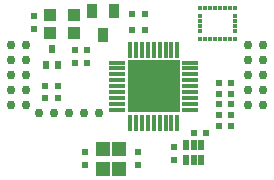
<source format=gts>
G04 ================== begin FILE IDENTIFICATION RECORD ==================*
G04 Layout Name:  C:/USERS/MSAHADAT3/DROPBOX/GATECH/ETDS_PCB/allegro/ETDS_PCB_V1_3.brd*
G04 Film Name:    SOLDEMASK_TOP*
G04 File Format:  Gerber RS274X*
G04 File Origin:  Cadence Allegro 16.6-S034*
G04 Origin Date:  Mon Aug 24 20:03:50 2015*
G04 *
G04 Layer:  VIA CLASS/SOLDERMASK_TOP*
G04 Layer:  PIN/SOLDERMASK_TOP*
G04 Layer:  PACKAGE GEOMETRY/SOLDERMASK_TOP*
G04 Layer:  BOARD GEOMETRY/SOLDERMASK_TOP*
G04 *
G04 Offset:    (0.00 0.00)*
G04 Mirror:    No*
G04 Mode:      Positive*
G04 Rotation:  0*
G04 FullContactRelief:  No*
G04 UndefLineWidth:     5.00*
G04 ================== end FILE IDENTIFICATION RECORD ====================*
%FSLAX25Y25*MOIN*%
%IR0*IPPOS*OFA0.00000B0.00000*MIA0B0*SFA1.00000B1.00000*%
%ADD10C,.02953*%
%ADD13R,.02X.03*%
%ADD11R,.024X.024*%
%ADD12R,.024X.024*%
%ADD21R,.014X.018*%
%ADD20R,.021X.037*%
%ADD22R,.018X.014*%
%ADD19R,.015X.055*%
%ADD16R,.055X.015*%
%ADD14R,.044X.044*%
%ADD15R,.045X.045*%
%ADD17R,.036X.045*%
%ADD18R,.178X.178*%
%LPD*%
G75*
G54D10*
X757400Y1678600D03*
X752400D03*
X757400Y1683600D03*
X752400D03*
X757400Y1688600D03*
X752400D03*
X757400Y1693600D03*
X752400D03*
X757400Y1698600D03*
X752400D03*
X771661Y1676061D03*
X766661D03*
X761661D03*
X781661D03*
X776661D03*
X836400Y1678600D03*
X831400D03*
X836400Y1683600D03*
X831400D03*
X836400Y1688600D03*
X831400D03*
X836400Y1693600D03*
X831400D03*
X836400Y1698600D03*
X831400D03*
G54D20*
X813250Y1660250D03*
X810650D03*
Y1665450D03*
X813250D03*
X815850Y1660250D03*
Y1665450D03*
G54D11*
X760200Y1704050D03*
Y1708250D03*
X773800Y1692700D03*
Y1696900D03*
X777100Y1658700D03*
Y1662900D03*
X777900Y1692700D03*
Y1696900D03*
X794700Y1658700D03*
Y1662900D03*
X806600Y1664700D03*
Y1660500D03*
G54D21*
X815275Y1700821D03*
X816968D03*
X818661D03*
X820354D03*
X822046D03*
X823739D03*
X825432D03*
X827125D03*
Y1710979D03*
X825432D03*
X823739D03*
X822046D03*
X820354D03*
X818661D03*
X816968D03*
X815275D03*
G54D12*
X768000Y1681000D03*
X763800D03*
X768000Y1684900D03*
X763800D03*
X797000Y1703800D03*
X792800D03*
Y1709100D03*
X797000D03*
X813250Y1669550D03*
X825900Y1671700D03*
X821700D03*
X817450Y1669550D03*
X825900Y1678900D03*
X821700D03*
X825900Y1675300D03*
X821700D03*
X825900Y1682500D03*
X821700D03*
X825900Y1686100D03*
X821700D03*
G54D22*
X827125Y1703361D03*
Y1705054D03*
Y1706746D03*
X815275D03*
Y1705054D03*
Y1703361D03*
X827125Y1708439D03*
X815275D03*
G54D13*
X768096Y1692194D03*
X764160D03*
X766128Y1697312D03*
G54D14*
X773300Y1708800D03*
Y1702800D03*
X765500Y1708800D03*
Y1702800D03*
G54D15*
X783100Y1657400D03*
X788300Y1664200D03*
X783100D03*
X788300Y1657400D03*
G54D16*
X787850Y1677126D03*
Y1679094D03*
Y1681063D03*
Y1683032D03*
Y1685000D03*
Y1686968D03*
Y1688937D03*
Y1690906D03*
Y1692874D03*
X812150Y1679094D03*
Y1677126D03*
Y1692874D03*
Y1690906D03*
Y1688937D03*
Y1686968D03*
Y1685000D03*
Y1683032D03*
Y1681063D03*
G54D17*
X783080Y1702114D03*
X779340Y1709988D03*
X786820D03*
G54D18*
X800000Y1685000D03*
G54D19*
Y1672850D03*
X798032D03*
X796063D03*
X794094D03*
X792126D03*
Y1697150D03*
X794094D03*
X796063D03*
X798032D03*
X800000D03*
X807874Y1672850D03*
X805906D03*
X803937D03*
X801968D03*
Y1697150D03*
X803937D03*
X805906D03*
X807874D03*
M02*

</source>
